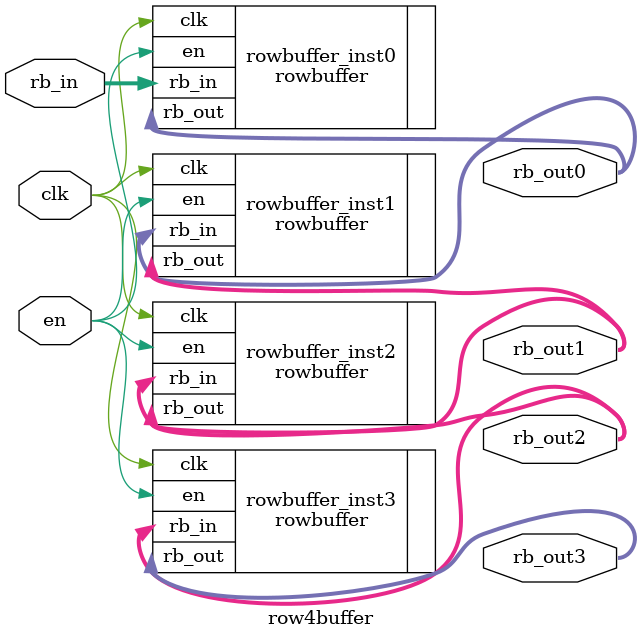
<source format=v>
/**************************************
@ filename    : row4buffer.v
@ author      : https://github.com/djtfoo/lenet5-verilog
@ update      : yyrwkk
@ create time : 2024/11/13 19:41:47
@ version     : v1.0.0
**************************************/
module row4buffer #(
    parameter COLS      = 28 , 
    parameter BIT_WIDTH = 8 
)(
	input                  clk    , 
	input  [BIT_WIDTH-1:0] rb_in  ,
	input                  en     ,	
	output [BIT_WIDTH-1:0] rb_out0, 
    output [BIT_WIDTH-1:0] rb_out1, 
    output [BIT_WIDTH-1:0] rb_out2, 
    output [BIT_WIDTH-1:0] rb_out3
);

// first row to receive input
rowbuffer #(
    .COLS     (COLS     ), 
    .BIT_WIDTH(BIT_WIDTH)
) rowbuffer_inst0 (  
    .clk   (clk    ),
    .rb_in (rb_in  ),
    .en    (en     ),
    .rb_out(rb_out0)
);

rowbuffer #(
    .COLS     (COLS     ), 
    .BIT_WIDTH(BIT_WIDTH)
) rowbuffer_inst1 (  
    .clk   (clk    ),
    .rb_in (rb_out0),
    .en    (en     ),
    .rb_out(rb_out1)
);

rowbuffer #(
    .COLS     (COLS     ), 
    .BIT_WIDTH(BIT_WIDTH)
) rowbuffer_inst2 (  
    .clk   (clk    ),
    .rb_in (rb_out1),
    .en    (en     ),
    .rb_out(rb_out2)
);

rowbuffer #(
    .COLS     (COLS     ), 
    .BIT_WIDTH(BIT_WIDTH)
) rowbuffer_inst3 (  
    .clk   (clk    ),
    .rb_in (rb_out2),
    .en    (en     ),
    .rb_out(rb_out3)
);

endmodule

</source>
